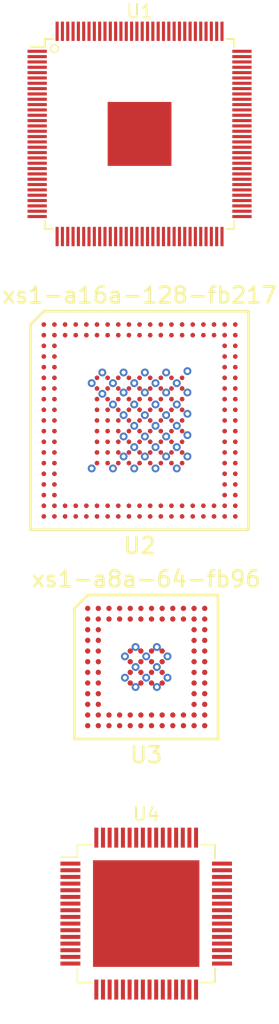
<source format=kicad_pcb>
(kicad_pcb (version 4) (host pcbnew 4.0.6)

  (general
    (links 186)
    (no_connects 177)
    (area 95.985716 63.325 117.014285 140.525)
    (thickness 1.6)
    (drawings 0)
    (tracks 0)
    (zones 0)
    (modules 4)
    (nets 16)
  )

  (page A4)
  (layers
    (0 F.Cu signal)
    (31 B.Cu signal)
    (32 B.Adhes user)
    (33 F.Adhes user)
    (34 B.Paste user)
    (35 F.Paste user)
    (36 B.SilkS user)
    (37 F.SilkS user)
    (38 B.Mask user)
    (39 F.Mask user)
    (40 Dwgs.User user)
    (41 Cmts.User user)
    (42 Eco1.User user)
    (43 Eco2.User user)
    (44 Edge.Cuts user)
    (45 Margin user)
    (46 B.CrtYd user)
    (47 F.CrtYd user)
    (48 B.Fab user)
    (49 F.Fab user)
  )

  (setup
    (last_trace_width 0.25)
    (trace_clearance 0.2)
    (zone_clearance 0.508)
    (zone_45_only no)
    (trace_min 0.2)
    (segment_width 0.2)
    (edge_width 0.1)
    (via_size 0.6)
    (via_drill 0.4)
    (via_min_size 0.4)
    (via_min_drill 0.3)
    (uvia_size 0.3)
    (uvia_drill 0.1)
    (uvias_allowed no)
    (uvia_min_size 0.2)
    (uvia_min_drill 0.1)
    (pcb_text_width 0.3)
    (pcb_text_size 1.5 1.5)
    (mod_edge_width 0.15)
    (mod_text_size 1 1)
    (mod_text_width 0.15)
    (pad_size 1.5 1.5)
    (pad_drill 0.6)
    (pad_to_mask_clearance 0)
    (aux_axis_origin 0 0)
    (visible_elements FFFFFF7F)
    (pcbplotparams
      (layerselection 0x00030_80000001)
      (usegerberextensions false)
      (excludeedgelayer true)
      (linewidth 0.050000)
      (plotframeref false)
      (viasonmask false)
      (mode 1)
      (useauxorigin false)
      (hpglpennumber 1)
      (hpglpenspeed 20)
      (hpglpendiameter 15)
      (hpglpenoverlay 2)
      (psnegative false)
      (psa4output false)
      (plotreference true)
      (plotvalue true)
      (plotinvisibletext false)
      (padsonsilk false)
      (subtractmaskfromsilk false)
      (outputformat 1)
      (mirror false)
      (drillshape 1)
      (scaleselection 1)
      (outputdirectory ""))
  )

  (net 0 "")
  (net 1 "Net-(U1-PadGND)")
  (net 2 VDDIOL)
  (net 3 VDD)
  (net 4 VDDIOR)
  (net 5 VDDIOT)
  (net 6 "Net-(U2-PadGND)")
  (net 7 SW1)
  (net 8 VCORE)
  (net 9 PGND)
  (net 10 VSUP)
  (net 11 VDDIO)
  (net 12 VDD1V8)
  (net 13 VSS)
  (net 14 SW2)
  (net 15 "Net-(U3-PadGND)")

  (net_class Default "This is the default net class."
    (clearance 0.2)
    (trace_width 0.25)
    (via_dia 0.6)
    (via_drill 0.4)
    (uvia_dia 0.3)
    (uvia_drill 0.1)
    (add_net "Net-(U1-PadGND)")
    (add_net "Net-(U2-PadGND)")
    (add_net "Net-(U3-PadGND)")
    (add_net PGND)
    (add_net SW1)
    (add_net SW2)
    (add_net VCORE)
    (add_net VDD)
    (add_net VDD1V8)
    (add_net VDDIO)
    (add_net VDDIOL)
    (add_net VDDIOR)
    (add_net VDDIOT)
    (add_net VSS)
    (add_net VSUP)
  )

  (module xmos:TQFP-128_14x14mm_Pitch0.4mm_Len1.45mm_thermalpad (layer F.Cu) (tedit 554E391F) (tstamp 594710DC)
    (at 106.5 73.5)
    (descr "TQFP128 14x14 / CASE 932BB /xmos ")
    (tags "QFP 0.4")
    (path /5946FFDA)
    (attr smd)
    (fp_text reference U1 (at 0 -9.2) (layer F.SilkS)
      (effects (font (size 1 1) (thickness 0.15)))
    )
    (fp_text value XE216-512-TQ128 (at 0 9.2) (layer F.Fab)
      (effects (font (size 1 1) (thickness 0.15)))
    )
    (fp_circle (center -6.4 -6.4) (end -6.1 -6.4) (layer F.SilkS) (width 0.1))
    (fp_line (start -8.45 -8.45) (end -8.45 8.45) (layer F.CrtYd) (width 0.05))
    (fp_line (start 8.45 -8.45) (end 8.45 8.45) (layer F.CrtYd) (width 0.05))
    (fp_line (start -8.45 -8.45) (end 8.45 -8.45) (layer F.CrtYd) (width 0.05))
    (fp_line (start -8.45 8.45) (end 8.45 8.45) (layer F.CrtYd) (width 0.05))
    (fp_line (start -7.125 -7.125) (end -7.125 -6.54) (layer F.SilkS) (width 0.15))
    (fp_line (start 7.125 -7.125) (end 7.125 -6.54) (layer F.SilkS) (width 0.15))
    (fp_line (start 7.125 7.125) (end 7.125 6.54) (layer F.SilkS) (width 0.15))
    (fp_line (start -7.125 7.125) (end -7.125 6.54) (layer F.SilkS) (width 0.15))
    (fp_line (start -7.125 -7.125) (end -6.54 -7.125) (layer F.SilkS) (width 0.15))
    (fp_line (start -7.125 7.125) (end -6.54 7.125) (layer F.SilkS) (width 0.15))
    (fp_line (start 7.125 7.125) (end 6.54 7.125) (layer F.SilkS) (width 0.15))
    (fp_line (start 7.125 -7.125) (end 6.54 -7.125) (layer F.SilkS) (width 0.15))
    (fp_line (start -7.125 -6.54) (end -8.2 -6.54) (layer F.SilkS) (width 0.15))
    (pad GND smd rect (at 1.5 1.5) (size 1 1) (layers F.Cu F.Paste)
      (net 1 "Net-(U1-PadGND)"))
    (pad GND smd rect (at 0 1.5) (size 1 1) (layers F.Cu F.Paste)
      (net 1 "Net-(U1-PadGND)"))
    (pad GND smd rect (at -1.5 1.5) (size 1 1) (layers F.Cu F.Paste)
      (net 1 "Net-(U1-PadGND)"))
    (pad GND smd rect (at -1.5 0) (size 1 1) (layers F.Cu F.Paste)
      (net 1 "Net-(U1-PadGND)"))
    (pad GND smd rect (at 0 0) (size 1 1) (layers F.Cu F.Paste)
      (net 1 "Net-(U1-PadGND)"))
    (pad GND smd rect (at 1.5 0) (size 1 1) (layers F.Cu F.Paste)
      (net 1 "Net-(U1-PadGND)"))
    (pad GND smd rect (at 1.5 -1.5) (size 1 1) (layers F.Cu F.Paste)
      (net 1 "Net-(U1-PadGND)"))
    (pad GND smd rect (at 0 -1.5) (size 1 1) (layers F.Cu F.Paste)
      (net 1 "Net-(U1-PadGND)"))
    (pad 1 smd rect (at -7.7 -6.2) (size 1.45 0.23) (layers F.Cu F.Paste F.Mask))
    (pad 2 smd rect (at -7.7 -5.8) (size 1.45 0.23) (layers F.Cu F.Paste F.Mask))
    (pad 3 smd rect (at -7.7 -5.4) (size 1.45 0.23) (layers F.Cu F.Paste F.Mask))
    (pad 4 smd rect (at -7.7 -5) (size 1.45 0.23) (layers F.Cu F.Paste F.Mask))
    (pad 5 smd rect (at -7.7 -4.6) (size 1.45 0.23) (layers F.Cu F.Paste F.Mask)
      (net 2 VDDIOL))
    (pad 6 smd rect (at -7.7 -4.2) (size 1.45 0.23) (layers F.Cu F.Paste F.Mask))
    (pad 7 smd rect (at -7.7 -3.8) (size 1.45 0.23) (layers F.Cu F.Paste F.Mask))
    (pad 8 smd rect (at -7.7 -3.4) (size 1.45 0.23) (layers F.Cu F.Paste F.Mask))
    (pad 9 smd rect (at -7.7 -3) (size 1.45 0.23) (layers F.Cu F.Paste F.Mask))
    (pad 10 smd rect (at -7.7 -2.6) (size 1.45 0.23) (layers F.Cu F.Paste F.Mask))
    (pad 11 smd rect (at -7.7 -2.2) (size 1.45 0.23) (layers F.Cu F.Paste F.Mask))
    (pad 12 smd rect (at -7.7 -1.8) (size 1.45 0.23) (layers F.Cu F.Paste F.Mask))
    (pad 13 smd rect (at -7.7 -1.4) (size 1.45 0.23) (layers F.Cu F.Paste F.Mask)
      (net 2 VDDIOL))
    (pad 14 smd rect (at -7.7 -1) (size 1.45 0.23) (layers F.Cu F.Paste F.Mask))
    (pad 15 smd rect (at -7.7 -0.6) (size 1.45 0.23) (layers F.Cu F.Paste F.Mask))
    (pad 16 smd rect (at -7.7 -0.2) (size 1.45 0.23) (layers F.Cu F.Paste F.Mask)
      (net 3 VDD))
    (pad 17 smd rect (at -7.7 0.2) (size 1.45 0.23) (layers F.Cu F.Paste F.Mask)
      (net 3 VDD))
    (pad 18 smd rect (at -7.7 0.6) (size 1.45 0.23) (layers F.Cu F.Paste F.Mask))
    (pad 19 smd rect (at -7.7 1) (size 1.45 0.23) (layers F.Cu F.Paste F.Mask)
      (net 2 VDDIOL))
    (pad 20 smd rect (at -7.7 1.4) (size 1.45 0.23) (layers F.Cu F.Paste F.Mask))
    (pad 21 smd rect (at -7.7 1.8) (size 1.45 0.23) (layers F.Cu F.Paste F.Mask))
    (pad 22 smd rect (at -7.7 2.2) (size 1.45 0.23) (layers F.Cu F.Paste F.Mask))
    (pad 23 smd rect (at -7.7 2.6) (size 1.45 0.23) (layers F.Cu F.Paste F.Mask))
    (pad 24 smd rect (at -7.7 3) (size 1.45 0.23) (layers F.Cu F.Paste F.Mask)
      (net 3 VDD))
    (pad 25 smd rect (at -7.7 3.4) (size 1.45 0.23) (layers F.Cu F.Paste F.Mask))
    (pad 26 smd rect (at -7.7 3.8) (size 1.45 0.23) (layers F.Cu F.Paste F.Mask))
    (pad 27 smd rect (at -7.7 4.2) (size 1.45 0.23) (layers F.Cu F.Paste F.Mask))
    (pad 28 smd rect (at -7.7 4.6) (size 1.45 0.23) (layers F.Cu F.Paste F.Mask))
    (pad 29 smd rect (at -7.7 5) (size 1.45 0.23) (layers F.Cu F.Paste F.Mask)
      (net 2 VDDIOL))
    (pad 30 smd rect (at -7.7 5.4) (size 1.45 0.23) (layers F.Cu F.Paste F.Mask))
    (pad 31 smd rect (at -7.7 5.8) (size 1.45 0.23) (layers F.Cu F.Paste F.Mask))
    (pad 32 smd rect (at -7.7 6.2) (size 1.45 0.23) (layers F.Cu F.Paste F.Mask))
    (pad 33 smd rect (at -6.2 7.7 90) (size 1.45 0.23) (layers F.Cu F.Paste F.Mask))
    (pad 34 smd rect (at -5.8 7.7 90) (size 1.45 0.23) (layers F.Cu F.Paste F.Mask))
    (pad 35 smd rect (at -5.4 7.7 90) (size 1.45 0.23) (layers F.Cu F.Paste F.Mask)
      (net 3 VDD))
    (pad 36 smd rect (at -5 7.7 90) (size 1.45 0.23) (layers F.Cu F.Paste F.Mask))
    (pad 37 smd rect (at -4.6 7.7 90) (size 1.45 0.23) (layers F.Cu F.Paste F.Mask))
    (pad 38 smd rect (at -4.2 7.7 90) (size 1.45 0.23) (layers F.Cu F.Paste F.Mask))
    (pad 39 smd rect (at -3.8 7.7 90) (size 1.45 0.23) (layers F.Cu F.Paste F.Mask))
    (pad 40 smd rect (at -3.4 7.7 90) (size 1.45 0.23) (layers F.Cu F.Paste F.Mask)
      (net 3 VDD))
    (pad 41 smd rect (at -3 7.7 90) (size 1.45 0.23) (layers F.Cu F.Paste F.Mask))
    (pad 42 smd rect (at -2.6 7.7 90) (size 1.45 0.23) (layers F.Cu F.Paste F.Mask)
      (net 2 VDDIOL))
    (pad 43 smd rect (at -2.2 7.7 90) (size 1.45 0.23) (layers F.Cu F.Paste F.Mask))
    (pad 44 smd rect (at -1.8 7.7 90) (size 1.45 0.23) (layers F.Cu F.Paste F.Mask))
    (pad 45 smd rect (at -1.4 7.7 90) (size 1.45 0.23) (layers F.Cu F.Paste F.Mask))
    (pad 46 smd rect (at -1 7.7 90) (size 1.45 0.23) (layers F.Cu F.Paste F.Mask))
    (pad 47 smd rect (at -0.6 7.7 90) (size 1.45 0.23) (layers F.Cu F.Paste F.Mask))
    (pad 48 smd rect (at -0.2 7.7 90) (size 1.45 0.23) (layers F.Cu F.Paste F.Mask))
    (pad 49 smd rect (at 0.2 7.7 90) (size 1.45 0.23) (layers F.Cu F.Paste F.Mask)
      (net 3 VDD))
    (pad 50 smd rect (at 0.6 7.7 90) (size 1.45 0.23) (layers F.Cu F.Paste F.Mask))
    (pad 51 smd rect (at 1 7.7 90) (size 1.45 0.23) (layers F.Cu F.Paste F.Mask))
    (pad 52 smd rect (at 1.4 7.7 90) (size 1.45 0.23) (layers F.Cu F.Paste F.Mask))
    (pad 53 smd rect (at 1.8 7.7 90) (size 1.45 0.23) (layers F.Cu F.Paste F.Mask))
    (pad 54 smd rect (at 2.2 7.7 90) (size 1.45 0.23) (layers F.Cu F.Paste F.Mask))
    (pad 55 smd rect (at 2.6 7.7 90) (size 1.45 0.23) (layers F.Cu F.Paste F.Mask)
      (net 4 VDDIOR))
    (pad 56 smd rect (at 3 7.7 90) (size 1.45 0.23) (layers F.Cu F.Paste F.Mask))
    (pad 57 smd rect (at 3.4 7.7 90) (size 1.45 0.23) (layers F.Cu F.Paste F.Mask))
    (pad 58 smd rect (at 3.8 7.7 90) (size 1.45 0.23) (layers F.Cu F.Paste F.Mask)
      (net 3 VDD))
    (pad 59 smd rect (at 4.2 7.7 90) (size 1.45 0.23) (layers F.Cu F.Paste F.Mask))
    (pad 60 smd rect (at 4.6 7.7 90) (size 1.45 0.23) (layers F.Cu F.Paste F.Mask))
    (pad 61 smd rect (at 5 7.7 90) (size 1.45 0.23) (layers F.Cu F.Paste F.Mask)
      (net 3 VDD))
    (pad 62 smd rect (at 5.4 7.7 90) (size 1.45 0.23) (layers F.Cu F.Paste F.Mask))
    (pad 63 smd rect (at 5.8 7.7 90) (size 1.45 0.23) (layers F.Cu F.Paste F.Mask))
    (pad 64 smd rect (at 6.2 7.7 90) (size 1.45 0.23) (layers F.Cu F.Paste F.Mask))
    (pad 65 smd rect (at 7.7 6.2) (size 1.45 0.23) (layers F.Cu F.Paste F.Mask))
    (pad 66 smd rect (at 7.7 5.8) (size 1.45 0.23) (layers F.Cu F.Paste F.Mask))
    (pad 67 smd rect (at 7.7 5.4) (size 1.45 0.23) (layers F.Cu F.Paste F.Mask)
      (net 4 VDDIOR))
    (pad 68 smd rect (at 7.7 5) (size 1.45 0.23) (layers F.Cu F.Paste F.Mask))
    (pad 69 smd rect (at 7.7 4.6) (size 1.45 0.23) (layers F.Cu F.Paste F.Mask))
    (pad 70 smd rect (at 7.7 4.2) (size 1.45 0.23) (layers F.Cu F.Paste F.Mask))
    (pad 71 smd rect (at 7.7 3.8) (size 1.45 0.23) (layers F.Cu F.Paste F.Mask))
    (pad 72 smd rect (at 7.7 3.4) (size 1.45 0.23) (layers F.Cu F.Paste F.Mask)
      (net 3 VDD))
    (pad 73 smd rect (at 7.7 3) (size 1.45 0.23) (layers F.Cu F.Paste F.Mask))
    (pad 74 smd rect (at 7.7 2.6) (size 1.45 0.23) (layers F.Cu F.Paste F.Mask))
    (pad 75 smd rect (at 7.7 2.2) (size 1.45 0.23) (layers F.Cu F.Paste F.Mask))
    (pad 76 smd rect (at 7.7 1.8) (size 1.45 0.23) (layers F.Cu F.Paste F.Mask))
    (pad 77 smd rect (at 7.7 1.4) (size 1.45 0.23) (layers F.Cu F.Paste F.Mask)
      (net 4 VDDIOR))
    (pad 78 smd rect (at 7.7 1) (size 1.45 0.23) (layers F.Cu F.Paste F.Mask))
    (pad 79 smd rect (at 7.7 0.6) (size 1.45 0.23) (layers F.Cu F.Paste F.Mask))
    (pad 80 smd rect (at 7.7 0.2) (size 1.45 0.23) (layers F.Cu F.Paste F.Mask)
      (net 3 VDD))
    (pad 81 smd rect (at 7.7 -0.2) (size 1.45 0.23) (layers F.Cu F.Paste F.Mask)
      (net 3 VDD))
    (pad 82 smd rect (at 7.7 -0.6) (size 1.45 0.23) (layers F.Cu F.Paste F.Mask))
    (pad 83 smd rect (at 7.7 -1) (size 1.45 0.23) (layers F.Cu F.Paste F.Mask)
      (net 4 VDDIOR))
    (pad 84 smd rect (at 7.7 -1.4) (size 1.45 0.23) (layers F.Cu F.Paste F.Mask))
    (pad 85 smd rect (at 7.7 -1.8) (size 1.45 0.23) (layers F.Cu F.Paste F.Mask))
    (pad 86 smd rect (at 7.7 -2.2) (size 1.45 0.23) (layers F.Cu F.Paste F.Mask))
    (pad 87 smd rect (at 7.7 -2.6) (size 1.45 0.23) (layers F.Cu F.Paste F.Mask)
      (net 3 VDD))
    (pad 88 smd rect (at 7.7 -3) (size 1.45 0.23) (layers F.Cu F.Paste F.Mask))
    (pad 89 smd rect (at 7.7 -3.4) (size 1.45 0.23) (layers F.Cu F.Paste F.Mask))
    (pad 90 smd rect (at 7.7 -3.8) (size 1.45 0.23) (layers F.Cu F.Paste F.Mask))
    (pad 91 smd rect (at 7.7 -4.2) (size 1.45 0.23) (layers F.Cu F.Paste F.Mask))
    (pad 92 smd rect (at 7.7 -4.6) (size 1.45 0.23) (layers F.Cu F.Paste F.Mask)
      (net 4 VDDIOR))
    (pad 93 smd rect (at 7.7 -5) (size 1.45 0.23) (layers F.Cu F.Paste F.Mask))
    (pad 94 smd rect (at 7.7 -5.4) (size 1.45 0.23) (layers F.Cu F.Paste F.Mask))
    (pad 95 smd rect (at 7.7 -5.8) (size 1.45 0.23) (layers F.Cu F.Paste F.Mask))
    (pad 96 smd rect (at 7.7 -6.2) (size 1.45 0.23) (layers F.Cu F.Paste F.Mask))
    (pad 97 smd rect (at 6.2 -7.7 90) (size 1.45 0.23) (layers F.Cu F.Paste F.Mask))
    (pad 98 smd rect (at 5.8 -7.7 90) (size 1.45 0.23) (layers F.Cu F.Paste F.Mask))
    (pad 99 smd rect (at 5.4 -7.7 90) (size 1.45 0.23) (layers F.Cu F.Paste F.Mask))
    (pad 100 smd rect (at 5 -7.7 90) (size 1.45 0.23) (layers F.Cu F.Paste F.Mask))
    (pad 101 smd rect (at 4.6 -7.7 90) (size 1.45 0.23) (layers F.Cu F.Paste F.Mask)
      (net 3 VDD))
    (pad 102 smd rect (at 4.2 -7.7 90) (size 1.45 0.23) (layers F.Cu F.Paste F.Mask)
      (net 3 VDD))
    (pad 103 smd rect (at 3.8 -7.7 90) (size 1.45 0.23) (layers F.Cu F.Paste F.Mask))
    (pad 104 smd rect (at 3.4 -7.7 90) (size 1.45 0.23) (layers F.Cu F.Paste F.Mask))
    (pad 105 smd rect (at 3 -7.7 90) (size 1.45 0.23) (layers F.Cu F.Paste F.Mask))
    (pad 106 smd rect (at 2.6 -7.7 90) (size 1.45 0.23) (layers F.Cu F.Paste F.Mask))
    (pad 107 smd rect (at 2.2 -7.7 90) (size 1.45 0.23) (layers F.Cu F.Paste F.Mask))
    (pad 108 smd rect (at 1.8 -7.7 90) (size 1.45 0.23) (layers F.Cu F.Paste F.Mask))
    (pad 109 smd rect (at 1.4 -7.7 90) (size 1.45 0.23) (layers F.Cu F.Paste F.Mask))
    (pad 110 smd rect (at 1 -7.7 90) (size 1.45 0.23) (layers F.Cu F.Paste F.Mask)
      (net 5 VDDIOT))
    (pad 111 smd rect (at 0.6 -7.7 90) (size 1.45 0.23) (layers F.Cu F.Paste F.Mask)
      (net 5 VDDIOT))
    (pad 112 smd rect (at 0.2 -7.7 90) (size 1.45 0.23) (layers F.Cu F.Paste F.Mask))
    (pad 113 smd rect (at -0.2 -7.7 90) (size 1.45 0.23) (layers F.Cu F.Paste F.Mask))
    (pad 114 smd rect (at -0.6 -7.7 90) (size 1.45 0.23) (layers F.Cu F.Paste F.Mask))
    (pad 115 smd rect (at -1 -7.7 90) (size 1.45 0.23) (layers F.Cu F.Paste F.Mask))
    (pad 116 smd rect (at -1.4 -7.7 90) (size 1.45 0.23) (layers F.Cu F.Paste F.Mask))
    (pad 117 smd rect (at -1.8 -7.7 90) (size 1.45 0.23) (layers F.Cu F.Paste F.Mask))
    (pad 118 smd rect (at -2.2 -7.7 90) (size 1.45 0.23) (layers F.Cu F.Paste F.Mask))
    (pad 119 smd rect (at -2.6 -7.7 90) (size 1.45 0.23) (layers F.Cu F.Paste F.Mask))
    (pad 120 smd rect (at -3 -7.7 90) (size 1.45 0.23) (layers F.Cu F.Paste F.Mask)
      (net 3 VDD))
    (pad 121 smd rect (at -3.4 -7.7 90) (size 1.45 0.23) (layers F.Cu F.Paste F.Mask))
    (pad 122 smd rect (at -3.8 -7.7 90) (size 1.45 0.23) (layers F.Cu F.Paste F.Mask))
    (pad 123 smd rect (at -4.2 -7.7 90) (size 1.45 0.23) (layers F.Cu F.Paste F.Mask))
    (pad 124 smd rect (at -4.6 -7.7 90) (size 1.45 0.23) (layers F.Cu F.Paste F.Mask))
    (pad 125 smd rect (at -5 -7.7 90) (size 1.45 0.23) (layers F.Cu F.Paste F.Mask))
    (pad 126 smd rect (at -5.4 -7.7 90) (size 1.45 0.23) (layers F.Cu F.Paste F.Mask))
    (pad 127 smd rect (at -5.8 -7.7 90) (size 1.45 0.23) (layers F.Cu F.Paste F.Mask))
    (pad 128 smd rect (at -6.2 -7.7 90) (size 1.45 0.23) (layers F.Cu F.Paste F.Mask))
    (pad GND smd rect (at 0 0) (size 4.8 4.8) (layers F.Cu F.Mask)
      (net 1 "Net-(U1-PadGND)"))
    (pad GND smd rect (at -1.5 -1.5) (size 1 1) (layers F.Cu F.Paste)
      (net 1 "Net-(U1-PadGND)"))
    (model Housings_QFP.3dshapes/TQFP-128_14x14mm_Pitch0.4mm.wrl
      (at (xyz 0 0 0))
      (scale (xyz 1 1 1))
      (rotate (xyz 0 0 0))
    )
  )

  (module xmos:BGA217 (layer F.Cu) (tedit 554CD905) (tstamp 594711E8)
    (at 106.5 95)
    (tags "xmos FB217")
    (path /5947016C)
    (fp_text reference U2 (at 0 9.4) (layer F.SilkS)
      (effects (font (size 1.2 1.2) (thickness 0.2)))
    )
    (fp_text value xs1-a16a-128-fb217 (at 0 -9.4) (layer F.SilkS)
      (effects (font (size 1.2 1.2) (thickness 0.2)))
    )
    (fp_line (start -7.2 -8.2) (end -8.2 -7.2) (layer F.SilkS) (width 0.2))
    (fp_line (start -8.2 -7.2) (end -8.2 8.2) (layer F.SilkS) (width 0.2))
    (fp_line (start -8.2 8.2) (end 8.2 8.2) (layer F.SilkS) (width 0.2))
    (fp_line (start 8.2 8.2) (end 8.2 -8.2) (layer F.SilkS) (width 0.2))
    (fp_line (start 8.2 -8.2) (end -7.2 -8.2) (layer F.SilkS) (width 0.2))
    (pad GND thru_hole circle (at -3.6 3.6) (size 0.6 0.6) (drill 0.3) (layers *.Cu)
      (net 6 "Net-(U2-PadGND)"))
    (pad GND thru_hole circle (at -3.6 -2.8) (size 0.6 0.6) (drill 0.3) (layers *.Cu)
      (net 6 "Net-(U2-PadGND)"))
    (pad GND thru_hole circle (at 3.6 -3.7) (size 0.6 0.6) (drill 0.3) (layers *.Cu)
      (net 6 "Net-(U2-PadGND)"))
    (pad GND thru_hole circle (at 3.6 -2.1) (size 0.6 0.6) (drill 0.3) (layers *.Cu)
      (net 6 "Net-(U2-PadGND)"))
    (pad GND thru_hole circle (at 3.6 -0.5) (size 0.6 0.6) (drill 0.3) (layers *.Cu)
      (net 6 "Net-(U2-PadGND)"))
    (pad GND thru_hole circle (at 3.6 1.1) (size 0.6 0.6) (drill 0.3) (layers *.Cu)
      (net 6 "Net-(U2-PadGND)"))
    (pad GND thru_hole circle (at 3.6 2.7) (size 0.6 0.6) (drill 0.3) (layers *.Cu)
      (net 6 "Net-(U2-PadGND)"))
    (pad GND thru_hole circle (at -2 3.6) (size 0.6 0.6) (drill 0.3) (layers *.Cu)
      (net 6 "Net-(U2-PadGND)"))
    (pad GND thru_hole circle (at -0.4 3.6) (size 0.6 0.6) (drill 0.3) (layers *.Cu)
      (net 6 "Net-(U2-PadGND)"))
    (pad GND thru_hole circle (at 2.8 3.6) (size 0.6 0.6) (drill 0.3) (layers *.Cu)
      (net 6 "Net-(U2-PadGND)"))
    (pad GND thru_hole circle (at 1.2 3.6) (size 0.6 0.6) (drill 0.3) (layers *.Cu)
      (net 6 "Net-(U2-PadGND)"))
    (pad GND thru_hole circle (at 0.4 2.7) (size 0.6 0.6) (drill 0.3) (layers *.Cu)
      (net 6 "Net-(U2-PadGND)"))
    (pad GND thru_hole circle (at 2 2.7) (size 0.6 0.6) (drill 0.3) (layers *.Cu)
      (net 6 "Net-(U2-PadGND)"))
    (pad GND thru_hole circle (at -1.2 2.7) (size 0.6 0.6) (drill 0.3) (layers *.Cu)
      (net 6 "Net-(U2-PadGND)"))
    (pad GND thru_hole circle (at 2.8 2) (size 0.6 0.6) (drill 0.3) (layers *.Cu)
      (net 6 "Net-(U2-PadGND)"))
    (pad GND thru_hole circle (at 1.2 2) (size 0.6 0.6) (drill 0.3) (layers *.Cu)
      (net 6 "Net-(U2-PadGND)"))
    (pad GND thru_hole circle (at -0.4 2) (size 0.6 0.6) (drill 0.3) (layers *.Cu)
      (net 6 "Net-(U2-PadGND)"))
    (pad GND thru_hole circle (at -1.2 1.2) (size 0.6 0.6) (drill 0.3) (layers *.Cu)
      (net 6 "Net-(U2-PadGND)"))
    (pad GND thru_hole circle (at 2 1.2) (size 0.6 0.6) (drill 0.3) (layers *.Cu)
      (net 6 "Net-(U2-PadGND)"))
    (pad GND thru_hole circle (at 0.4 1.2) (size 0.6 0.6) (drill 0.3) (layers *.Cu)
      (net 6 "Net-(U2-PadGND)"))
    (pad GND thru_hole circle (at -0.4 0.4) (size 0.6 0.6) (drill 0.3) (layers *.Cu)
      (net 6 "Net-(U2-PadGND)"))
    (pad GND thru_hole circle (at 1.2 0.4) (size 0.6 0.6) (drill 0.3) (layers *.Cu)
      (net 6 "Net-(U2-PadGND)"))
    (pad GND thru_hole circle (at 2.8 0.4) (size 0.6 0.6) (drill 0.3) (layers *.Cu)
      (net 6 "Net-(U2-PadGND)"))
    (pad GND thru_hole circle (at 0.4 -0.4) (size 0.6 0.6) (drill 0.3) (layers *.Cu)
      (net 6 "Net-(U2-PadGND)"))
    (pad GND thru_hole circle (at 2 -0.4) (size 0.6 0.6) (drill 0.3) (layers *.Cu)
      (net 6 "Net-(U2-PadGND)"))
    (pad GND thru_hole circle (at -1.2 -0.4) (size 0.6 0.6) (drill 0.3) (layers *.Cu)
      (net 6 "Net-(U2-PadGND)"))
    (pad GND thru_hole circle (at -1.2 -2.1) (size 0.6 0.6) (drill 0.3) (layers *.Cu)
      (net 6 "Net-(U2-PadGND)"))
    (pad GND thru_hole circle (at 2 -2.1) (size 0.6 0.6) (drill 0.3) (layers *.Cu)
      (net 6 "Net-(U2-PadGND)"))
    (pad GND thru_hole circle (at 0.4 -2.1) (size 0.6 0.6) (drill 0.3) (layers *.Cu)
      (net 6 "Net-(U2-PadGND)"))
    (pad GND thru_hole circle (at -2 -1.2) (size 0.6 0.6) (drill 0.3) (layers *.Cu)
      (net 6 "Net-(U2-PadGND)"))
    (pad GND thru_hole circle (at 2.8 -1.2) (size 0.6 0.6) (drill 0.3) (layers *.Cu)
      (net 6 "Net-(U2-PadGND)"))
    (pad GND thru_hole circle (at 1.2 -1.2) (size 0.6 0.6) (drill 0.3) (layers *.Cu)
      (net 6 "Net-(U2-PadGND)"))
    (pad GND thru_hole circle (at -0.4 -1.2) (size 0.6 0.6) (drill 0.3) (layers *.Cu)
      (net 6 "Net-(U2-PadGND)"))
    (pad GND thru_hole circle (at -0.4 -2.8) (size 0.6 0.6) (drill 0.3) (layers *.Cu)
      (net 6 "Net-(U2-PadGND)"))
    (pad GND thru_hole circle (at 1.2 -2.8) (size 0.6 0.6) (drill 0.3) (layers *.Cu)
      (net 6 "Net-(U2-PadGND)"))
    (pad GND thru_hole circle (at -2.8 -2) (size 0.6 0.6) (drill 0.3) (layers *.Cu)
      (net 6 "Net-(U2-PadGND)"))
    (pad GND thru_hole circle (at 2.8 -2.8) (size 0.6 0.6) (drill 0.3) (layers *.Cu)
      (net 6 "Net-(U2-PadGND)"))
    (pad GND thru_hole circle (at 0.4 -3.6) (size 0.6 0.6) (drill 0.3) (layers *.Cu)
      (net 6 "Net-(U2-PadGND)"))
    (pad GND thru_hole circle (at 2 -3.6) (size 0.6 0.6) (drill 0.3) (layers *.Cu)
      (net 6 "Net-(U2-PadGND)"))
    (pad GND thru_hole circle (at -2 -2.8) (size 0.6 0.6) (drill 0.3) (layers *.Cu)
      (net 6 "Net-(U2-PadGND)"))
    (pad GND thru_hole circle (at -1.2 -3.6) (size 0.6 0.6) (drill 0.3) (layers *.Cu)
      (net 6 "Net-(U2-PadGND)"))
    (pad A1 smd circle (at -7.2 -7.2) (size 0.35 0.35) (layers F.Cu F.Paste F.Mask))
    (pad B1 smd circle (at -7.2 -6.4) (size 0.35 0.35) (layers F.Cu F.Paste F.Mask))
    (pad C1 smd circle (at -7.2 -5.6) (size 0.35 0.35) (layers F.Cu F.Paste F.Mask))
    (pad D1 smd circle (at -7.2 -4.8) (size 0.35 0.35) (layers F.Cu F.Paste F.Mask))
    (pad E1 smd circle (at -7.2 -4) (size 0.35 0.35) (layers F.Cu F.Paste F.Mask))
    (pad F1 smd circle (at -7.2 -3.2) (size 0.35 0.35) (layers F.Cu F.Paste F.Mask))
    (pad G1 smd circle (at -7.2 -2.4) (size 0.35 0.35) (layers F.Cu F.Paste F.Mask))
    (pad H1 smd circle (at -7.2 -1.6) (size 0.35 0.35) (layers F.Cu F.Paste F.Mask))
    (pad J1 smd circle (at -7.2 -0.8) (size 0.35 0.35) (layers F.Cu F.Paste F.Mask))
    (pad K1 smd circle (at -7.2 0) (size 0.35 0.35) (layers F.Cu F.Paste F.Mask))
    (pad L1 smd circle (at -7.2 0.8) (size 0.35 0.35) (layers F.Cu F.Paste F.Mask))
    (pad M1 smd circle (at -7.2 1.6) (size 0.35 0.35) (layers F.Cu F.Paste F.Mask))
    (pad N1 smd circle (at -7.2 2.4) (size 0.35 0.35) (layers F.Cu F.Paste F.Mask))
    (pad P1 smd circle (at -7.2 3.2) (size 0.35 0.35) (layers F.Cu F.Paste F.Mask))
    (pad R1 smd circle (at -7.2 4) (size 0.35 0.35) (layers F.Cu F.Paste F.Mask)
      (net 7 SW1))
    (pad T1 smd circle (at -7.2 4.8) (size 0.35 0.35) (layers F.Cu F.Paste F.Mask)
      (net 7 SW1))
    (pad U1 smd circle (at -7.2 5.6) (size 0.35 0.35) (layers F.Cu F.Paste F.Mask)
      (net 8 VCORE))
    (pad V1 smd circle (at -7.2 6.4) (size 0.35 0.35) (layers F.Cu F.Paste F.Mask)
      (net 9 PGND))
    (pad W1 smd circle (at -7.2 7.2) (size 0.35 0.35) (layers F.Cu F.Paste F.Mask)
      (net 10 VSUP))
    (pad A2 smd circle (at -6.4 -7.2) (size 0.35 0.35) (layers F.Cu F.Paste F.Mask))
    (pad B2 smd circle (at -6.4 -6.4) (size 0.35 0.35) (layers F.Cu F.Paste F.Mask))
    (pad C2 smd circle (at -6.4 -5.6) (size 0.35 0.35) (layers F.Cu F.Paste F.Mask))
    (pad D2 smd circle (at -6.4 -4.8) (size 0.35 0.35) (layers F.Cu F.Paste F.Mask))
    (pad E2 smd circle (at -6.4 -4) (size 0.35 0.35) (layers F.Cu F.Paste F.Mask))
    (pad F2 smd circle (at -6.4 -3.2) (size 0.35 0.35) (layers F.Cu F.Paste F.Mask))
    (pad G2 smd circle (at -6.4 -2.4) (size 0.35 0.35) (layers F.Cu F.Paste F.Mask))
    (pad H2 smd circle (at -6.4 -1.6) (size 0.35 0.35) (layers F.Cu F.Paste F.Mask))
    (pad J2 smd circle (at -6.4 -0.8) (size 0.35 0.35) (layers F.Cu F.Paste F.Mask))
    (pad K2 smd circle (at -6.4 0) (size 0.35 0.35) (layers F.Cu F.Paste F.Mask))
    (pad L2 smd circle (at -6.4 0.8) (size 0.35 0.35) (layers F.Cu F.Paste F.Mask))
    (pad M2 smd circle (at -6.4 1.6) (size 0.35 0.35) (layers F.Cu F.Paste F.Mask))
    (pad N2 smd circle (at -6.4 2.4) (size 0.35 0.35) (layers F.Cu F.Paste F.Mask))
    (pad P2 smd circle (at -6.4 3.2) (size 0.35 0.35) (layers F.Cu F.Paste F.Mask)
      (net 10 VSUP))
    (pad R2 smd circle (at -6.4 4) (size 0.35 0.35) (layers F.Cu F.Paste F.Mask)
      (net 7 SW1))
    (pad T2 smd circle (at -6.4 4.8) (size 0.35 0.35) (layers F.Cu F.Paste F.Mask)
      (net 8 VCORE))
    (pad U2 smd circle (at -6.4 5.6) (size 0.35 0.35) (layers F.Cu F.Paste F.Mask)
      (net 8 VCORE))
    (pad V2 smd circle (at -6.4 6.4) (size 0.35 0.35) (layers F.Cu F.Paste F.Mask)
      (net 9 PGND))
    (pad W2 smd circle (at -6.4 7.2) (size 0.35 0.35) (layers F.Cu F.Paste F.Mask)
      (net 10 VSUP))
    (pad A3 smd circle (at -5.6 -7.2) (size 0.35 0.35) (layers F.Cu F.Paste F.Mask))
    (pad B3 smd circle (at -5.6 -6.4) (size 0.35 0.35) (layers F.Cu F.Paste F.Mask))
    (pad V3 smd circle (at -5.6 6.4) (size 0.35 0.35) (layers F.Cu F.Paste F.Mask)
      (net 11 VDDIO))
    (pad W3 smd circle (at -5.6 7.2) (size 0.35 0.35) (layers F.Cu F.Paste F.Mask)
      (net 11 VDDIO))
    (pad A4 smd circle (at -4.8 -7.2) (size 0.35 0.35) (layers F.Cu F.Paste F.Mask))
    (pad B4 smd circle (at -4.8 -6.4) (size 0.35 0.35) (layers F.Cu F.Paste F.Mask))
    (pad V4 smd circle (at -4.8 6.4) (size 0.35 0.35) (layers F.Cu F.Paste F.Mask)
      (net 9 PGND))
    (pad W4 smd circle (at -4.8 7.2) (size 0.35 0.35) (layers F.Cu F.Paste F.Mask)
      (net 9 PGND))
    (pad A5 smd circle (at -4 -7.2) (size 0.35 0.35) (layers F.Cu F.Paste F.Mask))
    (pad B5 smd circle (at -4 -6.4) (size 0.35 0.35) (layers F.Cu F.Paste F.Mask))
    (pad V5 smd circle (at -4 6.4) (size 0.35 0.35) (layers F.Cu F.Paste F.Mask)
      (net 12 VDD1V8))
    (pad W5 smd circle (at -4 7.2) (size 0.35 0.35) (layers F.Cu F.Paste F.Mask)
      (net 12 VDD1V8))
    (pad A6 smd circle (at -3.2 -7.2) (size 0.35 0.35) (layers F.Cu F.Paste F.Mask))
    (pad B6 smd circle (at -3.2 -6.4) (size 0.35 0.35) (layers F.Cu F.Paste F.Mask))
    (pad F6 smd circle (at -3.2 -3.2) (size 0.35 0.35) (layers F.Cu F.Paste F.Mask))
    (pad G6 smd circle (at -3.2 -2.4) (size 0.35 0.35) (layers F.Cu F.Paste F.Mask)
      (net 13 VSS))
    (pad H6 smd circle (at -3.2 -1.6) (size 0.35 0.35) (layers F.Cu F.Paste F.Mask)
      (net 13 VSS))
    (pad J6 smd circle (at -3.2 -0.8) (size 0.35 0.35) (layers F.Cu F.Paste F.Mask))
    (pad K6 smd circle (at -3.2 0) (size 0.35 0.35) (layers F.Cu F.Paste F.Mask))
    (pad L6 smd circle (at -3.2 0.8) (size 0.35 0.35) (layers F.Cu F.Paste F.Mask))
    (pad M6 smd circle (at -3.2 1.6) (size 0.35 0.35) (layers F.Cu F.Paste F.Mask))
    (pad N6 smd circle (at -3.2 2.4) (size 0.35 0.35) (layers F.Cu F.Paste F.Mask))
    (pad P6 smd circle (at -3.2 3.2) (size 0.35 0.35) (layers F.Cu F.Paste F.Mask)
      (net 13 VSS))
    (pad V6 smd circle (at -3.2 6.4) (size 0.35 0.35) (layers F.Cu F.Paste F.Mask)
      (net 14 SW2))
    (pad W6 smd circle (at -3.2 7.2) (size 0.35 0.35) (layers F.Cu F.Paste F.Mask)
      (net 14 SW2))
    (pad A7 smd circle (at -2.4 -7.2) (size 0.35 0.35) (layers F.Cu F.Paste F.Mask))
    (pad B7 smd circle (at -2.4 -6.4) (size 0.35 0.35) (layers F.Cu F.Paste F.Mask))
    (pad F7 smd circle (at -2.4 -3.2) (size 0.35 0.35) (layers F.Cu F.Paste F.Mask))
    (pad G7 smd circle (at -2.4 -2.4) (size 0.35 0.35) (layers F.Cu F.Paste F.Mask)
      (net 13 VSS))
    (pad H7 smd circle (at -2.4 -1.6) (size 0.35 0.35) (layers F.Cu F.Paste F.Mask)
      (net 13 VSS))
    (pad J7 smd circle (at -2.4 -0.8) (size 0.35 0.35) (layers F.Cu F.Paste F.Mask)
      (net 13 VSS))
    (pad K7 smd circle (at -2.4 0) (size 0.35 0.35) (layers F.Cu F.Paste F.Mask))
    (pad L7 smd circle (at -2.4 0.8) (size 0.35 0.35) (layers F.Cu F.Paste F.Mask))
    (pad M7 smd circle (at -2.4 1.6) (size 0.35 0.35) (layers F.Cu F.Paste F.Mask))
    (pad N7 smd circle (at -2.4 2.4) (size 0.35 0.35) (layers F.Cu F.Paste F.Mask))
    (pad P7 smd circle (at -2.4 3.2) (size 0.35 0.35) (layers F.Cu F.Paste F.Mask)
      (net 13 VSS))
    (pad V7 smd circle (at -2.4 6.4) (size 0.35 0.35) (layers F.Cu F.Paste F.Mask))
    (pad W7 smd circle (at -2.4 7.2) (size 0.35 0.35) (layers F.Cu F.Paste F.Mask))
    (pad A8 smd circle (at -1.6 -7.2) (size 0.35 0.35) (layers F.Cu F.Paste F.Mask))
    (pad B8 smd circle (at -1.6 -6.4) (size 0.35 0.35) (layers F.Cu F.Paste F.Mask))
    (pad F8 smd circle (at -1.6 -3.2) (size 0.35 0.35) (layers F.Cu F.Paste F.Mask))
    (pad G8 smd circle (at -1.6 -2.4) (size 0.35 0.35) (layers F.Cu F.Paste F.Mask)
      (net 13 VSS))
    (pad H8 smd circle (at -1.6 -1.6) (size 0.35 0.35) (layers F.Cu F.Paste F.Mask)
      (net 13 VSS))
    (pad J8 smd circle (at -1.6 -0.8) (size 0.35 0.35) (layers F.Cu F.Paste F.Mask)
      (net 13 VSS))
    (pad K8 smd circle (at -1.6 0) (size 0.35 0.35) (layers F.Cu F.Paste F.Mask)
      (net 13 VSS))
    (pad L8 smd circle (at -1.6 0.8) (size 0.35 0.35) (layers F.Cu F.Paste F.Mask)
      (net 13 VSS))
    (pad M8 smd circle (at -1.6 1.6) (size 0.35 0.35) (layers F.Cu F.Paste F.Mask)
      (net 13 VSS))
    (pad N8 smd circle (at -1.6 2.4) (size 0.35 0.35) (layers F.Cu F.Paste F.Mask)
      (net 13 VSS))
    (pad P8 smd circle (at -1.6 3.2) (size 0.35 0.35) (layers F.Cu F.Paste F.Mask)
      (net 13 VSS))
    (pad V8 smd circle (at -1.6 6.4) (size 0.35 0.35) (layers F.Cu F.Paste F.Mask))
    (pad W8 smd circle (at -1.6 7.2) (size 0.35 0.35) (layers F.Cu F.Paste F.Mask))
    (pad A9 smd circle (at -0.8 -7.2) (size 0.35 0.35) (layers F.Cu F.Paste F.Mask))
    (pad B9 smd circle (at -0.8 -6.4) (size 0.35 0.35) (layers F.Cu F.Paste F.Mask))
    (pad F9 smd circle (at -0.8 -3.2) (size 0.35 0.35) (layers F.Cu F.Paste F.Mask))
    (pad G9 smd circle (at -0.8 -2.4) (size 0.35 0.35) (layers F.Cu F.Paste F.Mask)
      (net 13 VSS))
    (pad H9 smd circle (at -0.8 -1.6) (size 0.35 0.35) (layers F.Cu F.Paste F.Mask)
      (net 13 VSS))
    (pad J9 smd circle (at -0.8 -0.8) (size 0.35 0.35) (layers F.Cu F.Paste F.Mask)
      (net 13 VSS))
    (pad K9 smd circle (at -0.8 0) (size 0.35 0.35) (layers F.Cu F.Paste F.Mask)
      (net 13 VSS))
    (pad L9 smd circle (at -0.8 0.8) (size 0.35 0.35) (layers F.Cu F.Paste F.Mask)
      (net 13 VSS))
    (pad M9 smd circle (at -0.8 1.6) (size 0.35 0.35) (layers F.Cu F.Paste F.Mask)
      (net 13 VSS))
    (pad N9 smd circle (at -0.8 2.4) (size 0.35 0.35) (layers F.Cu F.Paste F.Mask)
      (net 13 VSS))
    (pad P9 smd circle (at -0.8 3.2) (size 0.35 0.35) (layers F.Cu F.Paste F.Mask)
      (net 13 VSS))
    (pad V9 smd circle (at -0.8 6.4) (size 0.35 0.35) (layers F.Cu F.Paste F.Mask))
    (pad W9 smd circle (at -0.8 7.2) (size 0.35 0.35) (layers F.Cu F.Paste F.Mask))
    (pad A10 smd circle (at 0 -7.2) (size 0.35 0.35) (layers F.Cu F.Paste F.Mask))
    (pad B10 smd circle (at 0 -6.4) (size 0.35 0.35) (layers F.Cu F.Paste F.Mask))
    (pad F10 smd circle (at 0 -3.2) (size 0.35 0.35) (layers F.Cu F.Paste F.Mask))
    (pad G10 smd circle (at 0 -2.4) (size 0.35 0.35) (layers F.Cu F.Paste F.Mask)
      (net 13 VSS))
    (pad H10 smd circle (at 0 -1.6) (size 0.35 0.35) (layers F.Cu F.Paste F.Mask)
      (net 13 VSS))
    (pad J10 smd circle (at 0 -0.8) (size 0.35 0.35) (layers F.Cu F.Paste F.Mask)
      (net 13 VSS))
    (pad K10 smd circle (at 0 0) (size 0.35 0.35) (layers F.Cu F.Paste F.Mask)
      (net 13 VSS))
    (pad L10 smd circle (at 0 0.8) (size 0.35 0.35) (layers F.Cu F.Paste F.Mask)
      (net 13 VSS))
    (pad M10 smd circle (at 0 1.6) (size 0.35 0.35) (layers F.Cu F.Paste F.Mask)
      (net 13 VSS))
    (pad N10 smd circle (at 0 2.4) (size 0.35 0.35) (layers F.Cu F.Paste F.Mask)
      (net 13 VSS))
    (pad P10 smd circle (at 0 3.2) (size 0.35 0.35) (layers F.Cu F.Paste F.Mask)
      (net 13 VSS))
    (pad V10 smd circle (at 0 6.4) (size 0.35 0.35) (layers F.Cu F.Paste F.Mask))
    (pad W10 smd circle (at 0 7.2) (size 0.35 0.35) (layers F.Cu F.Paste F.Mask))
    (pad A11 smd circle (at 0.8 -7.2) (size 0.35 0.35) (layers F.Cu F.Paste F.Mask))
    (pad B11 smd circle (at 0.8 -6.4) (size 0.35 0.35) (layers F.Cu F.Paste F.Mask))
    (pad F11 smd circle (at 0.8 -3.2) (size 0.35 0.35) (layers F.Cu F.Paste F.Mask))
    (pad G11 smd circle (at 0.8 -2.4) (size 0.35 0.35) (layers F.Cu F.Paste F.Mask)
      (net 13 VSS))
    (pad H11 smd circle (at 0.8 -1.6) (size 0.35 0.35) (layers F.Cu F.Paste F.Mask)
      (net 13 VSS))
    (pad J11 smd circle (at 0.8 -0.8) (size 0.35 0.35) (layers F.Cu F.Paste F.Mask)
      (net 13 VSS))
    (pad K11 smd circle (at 0.8 0) (size 0.35 0.35) (layers F.Cu F.Paste F.Mask)
      (net 13 VSS))
    (pad L11 smd circle (at 0.8 0.8) (size 0.35 0.35) (layers F.Cu F.Paste F.Mask)
      (net 13 VSS))
    (pad M11 smd circle (at 0.8 1.6) (size 0.35 0.35) (layers F.Cu F.Paste F.Mask)
      (net 13 VSS))
    (pad N11 smd circle (at 0.8 2.4) (size 0.35 0.35) (layers F.Cu F.Paste F.Mask)
      (net 13 VSS))
    (pad P11 smd circle (at 0.8 3.2) (size 0.35 0.35) (layers F.Cu F.Paste F.Mask)
      (net 13 VSS))
    (pad V11 smd circle (at 0.8 6.4) (size 0.35 0.35) (layers F.Cu F.Paste F.Mask))
    (pad W11 smd circle (at 0.8 7.2) (size 0.35 0.35) (layers F.Cu F.Paste F.Mask))
    (pad A12 smd circle (at 1.6 -7.2) (size 0.35 0.35) (layers F.Cu F.Paste F.Mask))
    (pad B12 smd circle (at 1.6 -6.4) (size 0.35 0.35) (layers F.Cu F.Paste F.Mask))
    (pad F12 smd circle (at 1.6 -3.2) (size 0.35 0.35) (layers F.Cu F.Paste F.Mask))
    (pad G12 smd circle (at 1.6 -2.4) (size 0.35 0.35) (layers F.Cu F.Paste F.Mask)
      (net 13 VSS))
    (pad H12 smd circle (at 1.6 -1.6) (size 0.35 0.35) (layers F.Cu F.Paste F.Mask)
      (net 13 VSS))
    (pad J12 smd circle (at 1.6 -0.8) (size 0.35 0.35) (layers F.Cu F.Paste F.Mask)
      (net 13 VSS))
    (pad K12 smd circle (at 1.6 0) (size 0.35 0.35) (layers F.Cu F.Paste F.Mask)
      (net 13 VSS))
    (pad L12 smd circle (at 1.6 0.8) (size 0.35 0.35) (layers F.Cu F.Paste F.Mask)
      (net 13 VSS))
    (pad M12 smd circle (at 1.6 1.6) (size 0.35 0.35) (layers F.Cu F.Paste F.Mask)
      (net 13 VSS))
    (pad N12 smd circle (at 1.6 2.4) (size 0.35 0.35) (layers F.Cu F.Paste F.Mask)
      (net 13 VSS))
    (pad P12 smd circle (at 1.6 3.2) (size 0.35 0.35) (layers F.Cu F.Paste F.Mask)
      (net 13 VSS))
    (pad V12 smd circle (at 1.6 6.4) (size 0.35 0.35) (layers F.Cu F.Paste F.Mask))
    (pad W12 smd circle (at 1.6 7.2) (size 0.35 0.35) (layers F.Cu F.Paste F.Mask))
    (pad A13 smd circle (at 2.4 -7.2) (size 0.35 0.35) (layers F.Cu F.Paste F.Mask))
    (pad B13 smd circle (at 2.4 -6.4) (size 0.35 0.35) (layers F.Cu F.Paste F.Mask))
    (pad F13 smd circle (at 2.4 -3.2) (size 0.35 0.35) (layers F.Cu F.Paste F.Mask))
    (pad G13 smd circle (at 2.4 -2.4) (size 0.35 0.35) (layers F.Cu F.Paste F.Mask)
      (net 13 VSS))
    (pad H13 smd circle (at 2.4 -1.6) (size 0.35 0.35) (layers F.Cu F.Paste F.Mask)
      (net 13 VSS))
    (pad J13 smd circle (at 2.4 -0.8) (size 0.35 0.35) (layers F.Cu F.Paste F.Mask)
      (net 13 VSS))
    (pad K13 smd circle (at 2.4 0) (size 0.35 0.35) (layers F.Cu F.Paste F.Mask)
      (net 13 VSS))
    (pad L13 smd circle (at 2.4 0.8) (size 0.35 0.35) (layers F.Cu F.Paste F.Mask)
      (net 13 VSS))
    (pad M13 smd circle (at 2.4 1.6) (size 0.35 0.35) (layers F.Cu F.Paste F.Mask)
      (net 13 VSS))
    (pad N13 smd circle (at 2.4 2.4) (size 0.35 0.35) (layers F.Cu F.Paste F.Mask)
      (net 13 VSS))
    (pad P13 smd circle (at 2.4 3.2) (size 0.35 0.35) (layers F.Cu F.Paste F.Mask)
      (net 13 VSS))
    (pad V13 smd circle (at 2.4 6.4) (size 0.35 0.35) (layers F.Cu F.Paste F.Mask))
    (pad W13 smd circle (at 2.4 7.2) (size 0.35 0.35) (layers F.Cu F.Paste F.Mask))
    (pad A14 smd circle (at 3.2 -7.2) (size 0.35 0.35) (layers F.Cu F.Paste F.Mask))
    (pad B14 smd circle (at 3.2 -6.4) (size 0.35 0.35) (layers F.Cu F.Paste F.Mask))
    (pad F14 smd circle (at 3.2 -3.2) (size 0.35 0.35) (layers F.Cu F.Paste F.Mask))
    (pad G14 smd circle (at 3.2 -2.4) (size 0.35 0.35) (layers F.Cu F.Paste F.Mask)
      (net 13 VSS))
    (pad H14 smd circle (at 3.2 -1.6) (size 0.35 0.35) (layers F.Cu F.Paste F.Mask)
      (net 13 VSS))
    (pad J14 smd circle (at 3.2 -0.8) (size 0.35 0.35) (layers F.Cu F.Paste F.Mask)
      (net 13 VSS))
    (pad K14 smd circle (at 3.2 0) (size 0.35 0.35) (layers F.Cu F.Paste F.Mask)
      (net 13 VSS))
    (pad L14 smd circle (at 3.2 0.8) (size 0.35 0.35) (layers F.Cu F.Paste F.Mask)
      (net 13 VSS))
    (pad M14 smd circle (at 3.2 1.6) (size 0.35 0.35) (layers F.Cu F.Paste F.Mask)
      (net 13 VSS))
    (pad N14 smd circle (at 3.2 2.4) (size 0.35 0.35) (layers F.Cu F.Paste F.Mask)
      (net 13 VSS))
    (pad P14 smd circle (at 3.2 3.2) (size 0.35 0.35) (layers F.Cu F.Paste F.Mask)
      (net 13 VSS))
    (pad V14 smd circle (at 3.2 6.4) (size 0.35 0.35) (layers F.Cu F.Paste F.Mask))
    (pad W14 smd circle (at 3.2 7.2) (size 0.35 0.35) (layers F.Cu F.Paste F.Mask))
    (pad A15 smd circle (at 4 -7.2) (size 0.35 0.35) (layers F.Cu F.Paste F.Mask))
    (pad B15 smd circle (at 4 -6.4) (size 0.35 0.35) (layers F.Cu F.Paste F.Mask))
    (pad V15 smd circle (at 4 6.4) (size 0.35 0.35) (layers F.Cu F.Paste F.Mask))
    (pad W15 smd circle (at 4 7.2) (size 0.35 0.35) (layers F.Cu F.Paste F.Mask))
    (pad A16 smd circle (at 4.8 -7.2) (size 0.35 0.35) (layers F.Cu F.Paste F.Mask))
    (pad B16 smd circle (at 4.8 -6.4) (size 0.35 0.35) (layers F.Cu F.Paste F.Mask))
    (pad V16 smd circle (at 4.8 6.4) (size 0.35 0.35) (layers F.Cu F.Paste F.Mask))
    (pad W16 smd circle (at 4.8 7.2) (size 0.35 0.35) (layers F.Cu F.Paste F.Mask))
    (pad A17 smd circle (at 5.6 -7.2) (size 0.35 0.35) (layers F.Cu F.Paste F.Mask))
    (pad B17 smd circle (at 5.6 -6.4) (size 0.35 0.35) (layers F.Cu F.Paste F.Mask))
    (pad V17 smd circle (at 5.6 6.4) (size 0.35 0.35) (layers F.Cu F.Paste F.Mask))
    (pad W17 smd circle (at 5.6 7.2) (size 0.35 0.35) (layers F.Cu F.Paste F.Mask))
    (pad A18 smd circle (at 6.4 -7.2) (size 0.35 0.35) (layers F.Cu F.Paste F.Mask))
    (pad B18 smd circle (at 6.4 -6.4) (size 0.35 0.35) (layers F.Cu F.Paste F.Mask))
    (pad C18 smd circle (at 6.4 -5.6) (size 0.35 0.35) (layers F.Cu F.Paste F.Mask))
    (pad D18 smd circle (at 6.4 -4.8) (size 0.35 0.35) (layers F.Cu F.Paste F.Mask))
    (pad E18 smd circle (at 6.4 -4) (size 0.35 0.35) (layers F.Cu F.Paste F.Mask))
    (pad F18 smd circle (at 6.4 -3.2) (size 0.35 0.35) (layers F.Cu F.Paste F.Mask))
    (pad G18 smd circle (at 6.4 -2.4) (size 0.35 0.35) (layers F.Cu F.Paste F.Mask))
    (pad H18 smd circle (at 6.4 -1.6) (size 0.35 0.35) (layers F.Cu F.Paste F.Mask))
    (pad J18 smd circle (at 6.4 -0.8) (size 0.35 0.35) (layers F.Cu F.Paste F.Mask))
    (pad K18 smd circle (at 6.4 0) (size 0.35 0.35) (layers F.Cu F.Paste F.Mask))
    (pad L18 smd circle (at 6.4 0.8) (size 0.35 0.35) (layers F.Cu F.Paste F.Mask))
    (pad M18 smd circle (at 6.4 1.6) (size 0.35 0.35) (layers F.Cu F.Paste F.Mask))
    (pad N18 smd circle (at 6.4 2.4) (size 0.35 0.35) (layers F.Cu F.Paste F.Mask))
    (pad P18 smd circle (at 6.4 3.2) (size 0.35 0.35) (layers F.Cu F.Paste F.Mask))
    (pad R18 smd circle (at 6.4 4) (size 0.35 0.35) (layers F.Cu F.Paste F.Mask))
    (pad T18 smd circle (at 6.4 4.8) (size 0.35 0.35) (layers F.Cu F.Paste F.Mask))
    (pad U18 smd circle (at 6.4 5.6) (size 0.35 0.35) (layers F.Cu F.Paste F.Mask))
    (pad V18 smd circle (at 6.4 6.4) (size 0.35 0.35) (layers F.Cu F.Paste F.Mask))
    (pad W18 smd circle (at 6.4 7.2) (size 0.35 0.35) (layers F.Cu F.Paste F.Mask))
    (pad A19 smd circle (at 7.2 -7.2) (size 0.35 0.35) (layers F.Cu F.Paste F.Mask))
    (pad B19 smd circle (at 7.2 -6.4) (size 0.35 0.35) (layers F.Cu F.Paste F.Mask))
    (pad C19 smd circle (at 7.2 -5.6) (size 0.35 0.35) (layers F.Cu F.Paste F.Mask))
    (pad D19 smd circle (at 7.2 -4.8) (size 0.35 0.35) (layers F.Cu F.Paste F.Mask))
    (pad E19 smd circle (at 7.2 -4) (size 0.35 0.35) (layers F.Cu F.Paste F.Mask))
    (pad F19 smd circle (at 7.2 -3.2) (size 0.35 0.35) (layers F.Cu F.Paste F.Mask))
    (pad G19 smd circle (at 7.2 -2.4) (size 0.35 0.35) (layers F.Cu F.Paste F.Mask))
    (pad H19 smd circle (at 7.2 -1.6) (size 0.35 0.35) (layers F.Cu F.Paste F.Mask))
    (pad J19 smd circle (at 7.2 -0.8) (size 0.35 0.35) (layers F.Cu F.Paste F.Mask))
    (pad K19 smd circle (at 7.2 0) (size 0.35 0.35) (layers F.Cu F.Paste F.Mask))
    (pad L19 smd circle (at 7.2 0.8) (size 0.35 0.35) (layers F.Cu F.Paste F.Mask))
    (pad M19 smd circle (at 7.2 1.6) (size 0.35 0.35) (layers F.Cu F.Paste F.Mask))
    (pad N19 smd circle (at 7.2 2.4) (size 0.35 0.35) (layers F.Cu F.Paste F.Mask))
    (pad P19 smd circle (at 7.2 3.2) (size 0.35 0.35) (layers F.Cu F.Paste F.Mask))
    (pad R19 smd circle (at 7.2 4) (size 0.35 0.35) (layers F.Cu F.Paste F.Mask))
    (pad T19 smd circle (at 7.2 4.8) (size 0.35 0.35) (layers F.Cu F.Paste F.Mask))
    (pad U19 smd circle (at 7.2 5.6) (size 0.35 0.35) (layers F.Cu F.Paste F.Mask))
    (pad V19 smd circle (at 7.2 6.4) (size 0.35 0.35) (layers F.Cu F.Paste F.Mask))
    (pad W19 smd circle (at 7.2 7.2) (size 0.35 0.35) (layers F.Cu F.Paste F.Mask))
    (pad GND thru_hole circle (at -2.8 -3.6) (size 0.6 0.6) (drill 0.3) (layers *.Cu)
      (net 6 "Net-(U2-PadGND)"))
  )

  (module xmos:BGA96 (layer F.Cu) (tedit 554B8BD4) (tstamp 5947125D)
    (at 107 113.5)
    (path /594705B1)
    (fp_text reference U3 (at 0 6.6) (layer F.SilkS)
      (effects (font (size 1.2 1.2) (thickness 0.2)))
    )
    (fp_text value xs1-a8a-64-fb96 (at 0 -6.6) (layer F.SilkS)
      (effects (font (size 1.2 1.2) (thickness 0.2)))
    )
    (fp_line (start -4.4 -5.4) (end -5.4 -4.4) (layer F.SilkS) (width 0.2))
    (fp_line (start -5.4 -4.4) (end -5.4 5.4) (layer F.SilkS) (width 0.2))
    (fp_line (start -5.4 5.4) (end 5.4 5.4) (layer F.SilkS) (width 0.2))
    (fp_line (start 5.4 5.4) (end 5.4 -5.4) (layer F.SilkS) (width 0.2))
    (fp_line (start 5.4 -5.4) (end -4.4 -5.4) (layer F.SilkS) (width 0.2))
    (pad GND thru_hole circle (at -0.8 1.5) (size 0.6 0.6) (drill 0.3) (layers *.Cu)
      (net 15 "Net-(U3-PadGND)") (zone_connect 2))
    (pad GND thru_hole circle (at 0.8 1.5) (size 0.6 0.6) (drill 0.3) (layers *.Cu)
      (net 15 "Net-(U3-PadGND)") (zone_connect 2))
    (pad GND thru_hole circle (at 0 0.8) (size 0.6 0.6) (drill 0.3) (layers *.Cu)
      (net 15 "Net-(U3-PadGND)") (zone_connect 2))
    (pad GND thru_hole circle (at -1.6 0.8) (size 0.6 0.6) (drill 0.3) (layers *.Cu)
      (net 15 "Net-(U3-PadGND)") (zone_connect 2))
    (pad GND thru_hole circle (at 1.6 0.8) (size 0.6 0.6) (drill 0.3) (layers *.Cu)
      (net 15 "Net-(U3-PadGND)") (zone_connect 2))
    (pad GND thru_hole circle (at -0.8 0) (size 0.6 0.6) (drill 0.3) (layers *.Cu)
      (net 15 "Net-(U3-PadGND)") (zone_connect 2))
    (pad GND thru_hole circle (at 0.8 0) (size 0.6 0.6) (drill 0.3) (layers *.Cu)
      (net 15 "Net-(U3-PadGND)") (zone_connect 2))
    (pad GND thru_hole circle (at 1.6 -0.8) (size 0.6 0.6) (drill 0.3) (layers *.Cu)
      (net 15 "Net-(U3-PadGND)") (zone_connect 2))
    (pad GND thru_hole circle (at -1.6 -0.8) (size 0.6 0.6) (drill 0.3) (layers *.Cu)
      (net 15 "Net-(U3-PadGND)") (zone_connect 2))
    (pad GND thru_hole circle (at 0 -0.8) (size 0.6 0.6) (drill 0.3) (layers *.Cu)
      (net 15 "Net-(U3-PadGND)") (zone_connect 2))
    (pad GND thru_hole circle (at 0.8 -1.5) (size 0.6 0.6) (drill 0.3) (layers *.Cu)
      (net 15 "Net-(U3-PadGND)") (zone_connect 2))
    (pad A1 smd circle (at -4.4 -4.4) (size 0.4 0.4) (layers F.Cu F.Paste F.Mask))
    (pad B1 smd circle (at -4.4 -3.6) (size 0.4 0.4) (layers F.Cu F.Paste F.Mask))
    (pad C1 smd circle (at -4.4 -2.8) (size 0.4 0.4) (layers F.Cu F.Paste F.Mask))
    (pad D1 smd circle (at -4.4 -2) (size 0.4 0.4) (layers F.Cu F.Paste F.Mask))
    (pad E1 smd circle (at -4.4 -1.2) (size 0.4 0.4) (layers F.Cu F.Paste F.Mask))
    (pad F1 smd circle (at -4.4 -0.4) (size 0.4 0.4) (layers F.Cu F.Paste F.Mask))
    (pad G1 smd circle (at -4.4 0.4) (size 0.4 0.4) (layers F.Cu F.Paste F.Mask))
    (pad H1 smd circle (at -4.4 1.2) (size 0.4 0.4) (layers F.Cu F.Paste F.Mask))
    (pad J1 smd circle (at -4.4 2) (size 0.4 0.4) (layers F.Cu F.Paste F.Mask)
      (net 7 SW1))
    (pad K1 smd circle (at -4.4 2.8) (size 0.4 0.4) (layers F.Cu F.Paste F.Mask)
      (net 8 VCORE))
    (pad L1 smd circle (at -4.4 3.6) (size 0.4 0.4) (layers F.Cu F.Paste F.Mask)
      (net 9 PGND))
    (pad M1 smd circle (at -4.4 4.4) (size 0.4 0.4) (layers F.Cu F.Paste F.Mask)
      (net 10 VSUP))
    (pad A2 smd circle (at -3.6 -4.4) (size 0.4 0.4) (layers F.Cu F.Paste F.Mask))
    (pad B2 smd circle (at -3.6 -3.6) (size 0.4 0.4) (layers F.Cu F.Paste F.Mask))
    (pad C2 smd circle (at -3.6 -2.8) (size 0.4 0.4) (layers F.Cu F.Paste F.Mask))
    (pad D2 smd circle (at -3.6 -2) (size 0.4 0.4) (layers F.Cu F.Paste F.Mask))
    (pad E2 smd circle (at -3.6 -1.2) (size 0.4 0.4) (layers F.Cu F.Paste F.Mask))
    (pad F2 smd circle (at -3.6 -0.4) (size 0.4 0.4) (layers F.Cu F.Paste F.Mask))
    (pad G2 smd circle (at -3.6 0.4) (size 0.4 0.4) (layers F.Cu F.Paste F.Mask))
    (pad H2 smd circle (at -3.6 1.2) (size 0.4 0.4) (layers F.Cu F.Paste F.Mask)
      (net 10 VSUP))
    (pad J2 smd circle (at -3.6 2) (size 0.4 0.4) (layers F.Cu F.Paste F.Mask)
      (net 7 SW1))
    (pad K2 smd circle (at -3.6 2.8) (size 0.4 0.4) (layers F.Cu F.Paste F.Mask)
      (net 8 VCORE))
    (pad L2 smd circle (at -3.6 3.6) (size 0.4 0.4) (layers F.Cu F.Paste F.Mask)
      (net 9 PGND))
    (pad M2 smd circle (at -3.6 4.4) (size 0.4 0.4) (layers F.Cu F.Paste F.Mask)
      (net 10 VSUP))
    (pad A3 smd circle (at -2.8 -4.4) (size 0.4 0.4) (layers F.Cu F.Paste F.Mask))
    (pad B3 smd circle (at -2.8 -3.6) (size 0.4 0.4) (layers F.Cu F.Paste F.Mask))
    (pad L3 smd circle (at -2.8 3.6) (size 0.4 0.4) (layers F.Cu F.Paste F.Mask)
      (net 11 VDDIO))
    (pad M3 smd circle (at -2.8 4.4) (size 0.4 0.4) (layers F.Cu F.Paste F.Mask)
      (net 11 VDDIO))
    (pad A4 smd circle (at -2 -4.4) (size 0.4 0.4) (layers F.Cu F.Paste F.Mask))
    (pad B4 smd circle (at -2 -3.6) (size 0.4 0.4) (layers F.Cu F.Paste F.Mask))
    (pad L4 smd circle (at -2 3.6) (size 0.4 0.4) (layers F.Cu F.Paste F.Mask))
    (pad M4 smd circle (at -2 4.4) (size 0.4 0.4) (layers F.Cu F.Paste F.Mask)
      (net 9 PGND))
    (pad A5 smd circle (at -1.2 -4.4) (size 0.4 0.4) (layers F.Cu F.Paste F.Mask))
    (pad B5 smd circle (at -1.2 -3.6) (size 0.4 0.4) (layers F.Cu F.Paste F.Mask))
    (pad E5 smd circle (at -1.2 -1.2) (size 0.4 0.4) (layers F.Cu F.Paste F.Mask)
      (net 13 VSS))
    (pad F5 smd circle (at -1.2 -0.4) (size 0.4 0.4) (layers F.Cu F.Paste F.Mask)
      (net 13 VSS))
    (pad G5 smd circle (at -1.2 0.4) (size 0.4 0.4) (layers F.Cu F.Paste F.Mask)
      (net 13 VSS))
    (pad H5 smd circle (at -1.2 1.2) (size 0.4 0.4) (layers F.Cu F.Paste F.Mask)
      (net 13 VSS))
    (pad L5 smd circle (at -1.2 3.6) (size 0.4 0.4) (layers F.Cu F.Paste F.Mask))
    (pad M5 smd circle (at -1.2 4.4) (size 0.4 0.4) (layers F.Cu F.Paste F.Mask))
    (pad A6 smd circle (at -0.4 -4.4) (size 0.4 0.4) (layers F.Cu F.Paste F.Mask))
    (pad B6 smd circle (at -0.4 -3.6) (size 0.4 0.4) (layers F.Cu F.Paste F.Mask))
    (pad E6 smd circle (at -0.4 -1.2) (size 0.4 0.4) (layers F.Cu F.Paste F.Mask)
      (net 13 VSS))
    (pad F6 smd circle (at -0.4 -0.4) (size 0.4 0.4) (layers F.Cu F.Paste F.Mask)
      (net 13 VSS))
    (pad G6 smd circle (at -0.4 0.4) (size 0.4 0.4) (layers F.Cu F.Paste F.Mask)
      (net 13 VSS))
    (pad H6 smd circle (at -0.4 1.2) (size 0.4 0.4) (layers F.Cu F.Paste F.Mask)
      (net 13 VSS))
    (pad L6 smd circle (at -0.4 3.6) (size 0.4 0.4) (layers F.Cu F.Paste F.Mask))
    (pad M6 smd circle (at -0.4 4.4) (size 0.4 0.4) (layers F.Cu F.Paste F.Mask))
    (pad A7 smd circle (at 0.4 -4.4) (size 0.4 0.4) (layers F.Cu F.Paste F.Mask))
    (pad B7 smd circle (at 0.4 -3.6) (size 0.4 0.4) (layers F.Cu F.Paste F.Mask))
    (pad E7 smd circle (at 0.4 -1.2) (size 0.4 0.4) (layers F.Cu F.Paste F.Mask)
      (net 13 VSS))
    (pad F7 smd circle (at 0.4 -0.4) (size 0.4 0.4) (layers F.Cu F.Paste F.Mask)
      (net 13 VSS))
    (pad G7 smd circle (at 0.4 0.4) (size 0.4 0.4) (layers F.Cu F.Paste F.Mask)
      (net 13 VSS))
    (pad H7 smd circle (at 0.4 1.2) (size 0.4 0.4) (layers F.Cu F.Paste F.Mask)
      (net 13 VSS))
    (pad L7 smd circle (at 0.4 3.6) (size 0.4 0.4) (layers F.Cu F.Paste F.Mask))
    (pad M7 smd circle (at 0.4 4.4) (size 0.4 0.4) (layers F.Cu F.Paste F.Mask))
    (pad A8 smd circle (at 1.2 -4.4) (size 0.4 0.4) (layers F.Cu F.Paste F.Mask))
    (pad B8 smd circle (at 1.2 -3.6) (size 0.4 0.4) (layers F.Cu F.Paste F.Mask))
    (pad E8 smd circle (at 1.2 -1.2) (size 0.4 0.4) (layers F.Cu F.Paste F.Mask)
      (net 13 VSS))
    (pad F8 smd circle (at 1.2 -0.4) (size 0.4 0.4) (layers F.Cu F.Paste F.Mask)
      (net 13 VSS))
    (pad G8 smd circle (at 1.2 0.4) (size 0.4 0.4) (layers F.Cu F.Paste F.Mask)
      (net 13 VSS))
    (pad H8 smd circle (at 1.2 1.2) (size 0.4 0.4) (layers F.Cu F.Paste F.Mask)
      (net 13 VSS))
    (pad L8 smd circle (at 1.2 3.6) (size 0.4 0.4) (layers F.Cu F.Paste F.Mask))
    (pad M8 smd circle (at 1.2 4.4) (size 0.4 0.4) (layers F.Cu F.Paste F.Mask))
    (pad A9 smd circle (at 2 -4.4) (size 0.4 0.4) (layers F.Cu F.Paste F.Mask))
    (pad B9 smd circle (at 2 -3.6) (size 0.4 0.4) (layers F.Cu F.Paste F.Mask))
    (pad L9 smd circle (at 2 3.6) (size 0.4 0.4) (layers F.Cu F.Paste F.Mask))
    (pad M9 smd circle (at 2 4.4) (size 0.4 0.4) (layers F.Cu F.Paste F.Mask))
    (pad A10 smd circle (at 2.8 -4.4) (size 0.4 0.4) (layers F.Cu F.Paste F.Mask))
    (pad B10 smd circle (at 2.8 -3.6) (size 0.4 0.4) (layers F.Cu F.Paste F.Mask))
    (pad L10 smd circle (at 2.8 3.6) (size 0.4 0.4) (layers F.Cu F.Paste F.Mask))
    (pad M10 smd circle (at 2.8 4.4) (size 0.4 0.4) (layers F.Cu F.Paste F.Mask))
    (pad A11 smd circle (at 3.6 -4.4) (size 0.4 0.4) (layers F.Cu F.Paste F.Mask))
    (pad B11 smd circle (at 3.6 -3.6) (size 0.4 0.4) (layers F.Cu F.Paste F.Mask))
    (pad C11 smd circle (at 3.6 -2.8) (size 0.4 0.4) (layers F.Cu F.Paste F.Mask))
    (pad D11 smd circle (at 3.6 -2) (size 0.4 0.4) (layers F.Cu F.Paste F.Mask))
    (pad E11 smd circle (at 3.6 -1.2) (size 0.4 0.4) (layers F.Cu F.Paste F.Mask))
    (pad F11 smd circle (at 3.6 -0.4) (size 0.4 0.4) (layers F.Cu F.Paste F.Mask))
    (pad G11 smd circle (at 3.6 0.4) (size 0.4 0.4) (layers F.Cu F.Paste F.Mask))
    (pad H11 smd circle (at 3.6 1.2) (size 0.4 0.4) (layers F.Cu F.Paste F.Mask))
    (pad J11 smd circle (at 3.6 2) (size 0.4 0.4) (layers F.Cu F.Paste F.Mask))
    (pad K11 smd circle (at 3.6 2.8) (size 0.4 0.4) (layers F.Cu F.Paste F.Mask))
    (pad L11 smd circle (at 3.6 3.6) (size 0.4 0.4) (layers F.Cu F.Paste F.Mask))
    (pad M11 smd circle (at 3.6 4.4) (size 0.4 0.4) (layers F.Cu F.Paste F.Mask))
    (pad A12 smd circle (at 4.4 -4.4) (size 0.4 0.4) (layers F.Cu F.Paste F.Mask))
    (pad B12 smd circle (at 4.4 -3.6) (size 0.4 0.4) (layers F.Cu F.Paste F.Mask))
    (pad C12 smd circle (at 4.4 -2.8) (size 0.4 0.4) (layers F.Cu F.Paste F.Mask))
    (pad D12 smd circle (at 4.4 -2) (size 0.4 0.4) (layers F.Cu F.Paste F.Mask))
    (pad E12 smd circle (at 4.4 -1.2) (size 0.4 0.4) (layers F.Cu F.Paste F.Mask))
    (pad F12 smd circle (at 4.4 -0.4) (size 0.4 0.4) (layers F.Cu F.Paste F.Mask))
    (pad G12 smd circle (at 4.4 0.4) (size 0.4 0.4) (layers F.Cu F.Paste F.Mask))
    (pad H12 smd circle (at 4.4 1.2) (size 0.4 0.4) (layers F.Cu F.Paste F.Mask))
    (pad J12 smd circle (at 4.4 2) (size 0.4 0.4) (layers F.Cu F.Paste F.Mask))
    (pad K12 smd circle (at 4.4 2.8) (size 0.4 0.4) (layers F.Cu F.Paste F.Mask))
    (pad L12 smd circle (at 4.4 3.6) (size 0.4 0.4) (layers F.Cu F.Paste F.Mask))
    (pad M12 smd circle (at 4.4 4.4) (size 0.4 0.4) (layers F.Cu F.Paste F.Mask))
    (pad GND thru_hole circle (at -0.8 -1.5) (size 0.6 0.6) (drill 0.3) (layers *.Cu)
      (net 15 "Net-(U3-PadGND)") (zone_connect 2))
  )

  (module Housings_QFP:TQFP-64_1EP_10x10mm_Pitch0.5mm (layer F.Cu) (tedit 58CC9A48) (tstamp 594712B5)
    (at 107 132)
    (descr "64-Lead Plastic Thin Quad Flatpack (PT) - 10x10x1 mm Body, 2.00 mm Footprint [TQFP] thermal pad")
    (tags "QFP 0.5 ")
    (path /5947163C)
    (solder_mask_margin -1.8)
    (solder_paste_margin -1.8)
    (attr smd)
    (fp_text reference U4 (at 0 -7.45) (layer F.SilkS)
      (effects (font (size 1 1) (thickness 0.15)))
    )
    (fp_text value XU208-256-TQ64 (at 0 7.45) (layer F.Fab)
      (effects (font (size 1 1) (thickness 0.15)))
    )
    (fp_text user %R (at 0 0) (layer F.Fab)
      (effects (font (size 1 1) (thickness 0.15)))
    )
    (fp_line (start -4 -5) (end 5 -5) (layer F.Fab) (width 0.1))
    (fp_line (start 5 -5) (end 5 5) (layer F.Fab) (width 0.1))
    (fp_line (start 5 5) (end -5 5) (layer F.Fab) (width 0.1))
    (fp_line (start -5 5) (end -5 -4) (layer F.Fab) (width 0.1))
    (fp_line (start -5 -4) (end -4 -5) (layer F.Fab) (width 0.1))
    (fp_line (start -6.7 -6.7) (end -6.7 6.7) (layer F.CrtYd) (width 0.05))
    (fp_line (start 6.7 -6.7) (end 6.7 6.7) (layer F.CrtYd) (width 0.05))
    (fp_line (start -6.7 -6.7) (end 6.7 -6.7) (layer F.CrtYd) (width 0.05))
    (fp_line (start -6.7 6.7) (end 6.7 6.7) (layer F.CrtYd) (width 0.05))
    (fp_line (start -5.175 -5.175) (end -5.175 -4.225) (layer F.SilkS) (width 0.12))
    (fp_line (start 5.175 -5.175) (end 5.175 -4.125) (layer F.SilkS) (width 0.12))
    (fp_line (start 5.175 5.175) (end 5.175 4.125) (layer F.SilkS) (width 0.12))
    (fp_line (start -5.175 5.175) (end -5.175 4.125) (layer F.SilkS) (width 0.12))
    (fp_line (start -5.175 -5.175) (end -4.125 -5.175) (layer F.SilkS) (width 0.12))
    (fp_line (start -5.175 5.175) (end -4.125 5.175) (layer F.SilkS) (width 0.12))
    (fp_line (start 5.175 5.175) (end 4.125 5.175) (layer F.SilkS) (width 0.12))
    (fp_line (start 5.175 -5.175) (end 4.125 -5.175) (layer F.SilkS) (width 0.12))
    (fp_line (start -5.175 -4.225) (end -6.45 -4.225) (layer F.SilkS) (width 0.12))
    (pad 1 smd rect (at -5.7 -3.75) (size 1.5 0.3) (layers F.Cu F.Paste F.Mask))
    (pad 2 smd rect (at -5.7 -3.25) (size 1.5 0.3) (layers F.Cu F.Paste F.Mask))
    (pad 3 smd rect (at -5.7 -2.75) (size 1.5 0.3) (layers F.Cu F.Paste F.Mask))
    (pad 4 smd rect (at -5.7 -2.25) (size 1.5 0.3) (layers F.Cu F.Paste F.Mask))
    (pad 5 smd rect (at -5.7 -1.75) (size 1.5 0.3) (layers F.Cu F.Paste F.Mask))
    (pad 6 smd rect (at -5.7 -1.25) (size 1.5 0.3) (layers F.Cu F.Paste F.Mask))
    (pad 7 smd rect (at -5.7 -0.75) (size 1.5 0.3) (layers F.Cu F.Paste F.Mask))
    (pad 8 smd rect (at -5.7 -0.25) (size 1.5 0.3) (layers F.Cu F.Paste F.Mask))
    (pad 9 smd rect (at -5.7 0.25) (size 1.5 0.3) (layers F.Cu F.Paste F.Mask))
    (pad 10 smd rect (at -5.7 0.75) (size 1.5 0.3) (layers F.Cu F.Paste F.Mask))
    (pad 11 smd rect (at -5.7 1.25) (size 1.5 0.3) (layers F.Cu F.Paste F.Mask))
    (pad 12 smd rect (at -5.7 1.75) (size 1.5 0.3) (layers F.Cu F.Paste F.Mask))
    (pad 13 smd rect (at -5.7 2.25) (size 1.5 0.3) (layers F.Cu F.Paste F.Mask))
    (pad 14 smd rect (at -5.7 2.75) (size 1.5 0.3) (layers F.Cu F.Paste F.Mask))
    (pad 15 smd rect (at -5.7 3.25) (size 1.5 0.3) (layers F.Cu F.Paste F.Mask))
    (pad 16 smd rect (at -5.7 3.75) (size 1.5 0.3) (layers F.Cu F.Paste F.Mask))
    (pad 17 smd rect (at -3.75 5.7 90) (size 1.5 0.3) (layers F.Cu F.Paste F.Mask))
    (pad 18 smd rect (at -3.25 5.7 90) (size 1.5 0.3) (layers F.Cu F.Paste F.Mask))
    (pad 19 smd rect (at -2.75 5.7 90) (size 1.5 0.3) (layers F.Cu F.Paste F.Mask))
    (pad 20 smd rect (at -2.25 5.7 90) (size 1.5 0.3) (layers F.Cu F.Paste F.Mask))
    (pad 21 smd rect (at -1.75 5.7 90) (size 1.5 0.3) (layers F.Cu F.Paste F.Mask))
    (pad 22 smd rect (at -1.25 5.7 90) (size 1.5 0.3) (layers F.Cu F.Paste F.Mask))
    (pad 23 smd rect (at -0.75 5.7 90) (size 1.5 0.3) (layers F.Cu F.Paste F.Mask))
    (pad 24 smd rect (at -0.25 5.7 90) (size 1.5 0.3) (layers F.Cu F.Paste F.Mask))
    (pad 25 smd rect (at 0.25 5.7 90) (size 1.5 0.3) (layers F.Cu F.Paste F.Mask))
    (pad 26 smd rect (at 0.75 5.7 90) (size 1.5 0.3) (layers F.Cu F.Paste F.Mask))
    (pad 27 smd rect (at 1.25 5.7 90) (size 1.5 0.3) (layers F.Cu F.Paste F.Mask))
    (pad 28 smd rect (at 1.75 5.7 90) (size 1.5 0.3) (layers F.Cu F.Paste F.Mask))
    (pad 29 smd rect (at 2.25 5.7 90) (size 1.5 0.3) (layers F.Cu F.Paste F.Mask))
    (pad 30 smd rect (at 2.75 5.7 90) (size 1.5 0.3) (layers F.Cu F.Paste F.Mask))
    (pad 31 smd rect (at 3.25 5.7 90) (size 1.5 0.3) (layers F.Cu F.Paste F.Mask))
    (pad 32 smd rect (at 3.75 5.7 90) (size 1.5 0.3) (layers F.Cu F.Paste F.Mask))
    (pad 33 smd rect (at 5.7 3.75) (size 1.5 0.3) (layers F.Cu F.Paste F.Mask))
    (pad 34 smd rect (at 5.7 3.25) (size 1.5 0.3) (layers F.Cu F.Paste F.Mask))
    (pad 35 smd rect (at 5.7 2.75) (size 1.5 0.3) (layers F.Cu F.Paste F.Mask))
    (pad 36 smd rect (at 5.7 2.25) (size 1.5 0.3) (layers F.Cu F.Paste F.Mask))
    (pad 37 smd rect (at 5.7 1.75) (size 1.5 0.3) (layers F.Cu F.Paste F.Mask))
    (pad 38 smd rect (at 5.7 1.25) (size 1.5 0.3) (layers F.Cu F.Paste F.Mask))
    (pad 39 smd rect (at 5.7 0.75) (size 1.5 0.3) (layers F.Cu F.Paste F.Mask))
    (pad 40 smd rect (at 5.7 0.25) (size 1.5 0.3) (layers F.Cu F.Paste F.Mask))
    (pad 41 smd rect (at 5.7 -0.25) (size 1.5 0.3) (layers F.Cu F.Paste F.Mask))
    (pad 42 smd rect (at 5.7 -0.75) (size 1.5 0.3) (layers F.Cu F.Paste F.Mask))
    (pad 43 smd rect (at 5.7 -1.25) (size 1.5 0.3) (layers F.Cu F.Paste F.Mask))
    (pad 44 smd rect (at 5.7 -1.75) (size 1.5 0.3) (layers F.Cu F.Paste F.Mask))
    (pad 45 smd rect (at 5.7 -2.25) (size 1.5 0.3) (layers F.Cu F.Paste F.Mask))
    (pad 46 smd rect (at 5.7 -2.75) (size 1.5 0.3) (layers F.Cu F.Paste F.Mask))
    (pad 47 smd rect (at 5.7 -3.25) (size 1.5 0.3) (layers F.Cu F.Paste F.Mask))
    (pad 48 smd rect (at 5.7 -3.75) (size 1.5 0.3) (layers F.Cu F.Paste F.Mask))
    (pad 49 smd rect (at 3.75 -5.7 90) (size 1.5 0.3) (layers F.Cu F.Paste F.Mask))
    (pad 50 smd rect (at 3.25 -5.7 90) (size 1.5 0.3) (layers F.Cu F.Paste F.Mask))
    (pad 51 smd rect (at 2.75 -5.7 90) (size 1.5 0.3) (layers F.Cu F.Paste F.Mask))
    (pad 52 smd rect (at 2.25 -5.7 90) (size 1.5 0.3) (layers F.Cu F.Paste F.Mask))
    (pad 53 smd rect (at 1.75 -5.7 90) (size 1.5 0.3) (layers F.Cu F.Paste F.Mask))
    (pad 54 smd rect (at 1.25 -5.7 90) (size 1.5 0.3) (layers F.Cu F.Paste F.Mask))
    (pad 55 smd rect (at 0.75 -5.7 90) (size 1.5 0.3) (layers F.Cu F.Paste F.Mask))
    (pad 56 smd rect (at 0.25 -5.7 90) (size 1.5 0.3) (layers F.Cu F.Paste F.Mask))
    (pad 57 smd rect (at -0.25 -5.7 90) (size 1.5 0.3) (layers F.Cu F.Paste F.Mask))
    (pad 58 smd rect (at -0.75 -5.7 90) (size 1.5 0.3) (layers F.Cu F.Paste F.Mask))
    (pad 59 smd rect (at -1.25 -5.7 90) (size 1.5 0.3) (layers F.Cu F.Paste F.Mask))
    (pad 60 smd rect (at -1.75 -5.7 90) (size 1.5 0.3) (layers F.Cu F.Paste F.Mask))
    (pad 61 smd rect (at -2.25 -5.7 90) (size 1.5 0.3) (layers F.Cu F.Paste F.Mask))
    (pad 62 smd rect (at -2.75 -5.7 90) (size 1.5 0.3) (layers F.Cu F.Paste F.Mask))
    (pad 63 smd rect (at -3.25 -5.7 90) (size 1.5 0.3) (layers F.Cu F.Paste F.Mask))
    (pad 64 smd rect (at -3.75 -5.7 90) (size 1.5 0.3) (layers F.Cu F.Paste F.Mask))
    (pad 65 smd rect (at 0 0 180) (size 8 8) (layers F.Cu F.Paste F.Mask)
      (solder_mask_margin -1.8) (solder_paste_margin -1.8))
    (model Housings_QFP.3dshapes/TQFP-64_10x10mm_Pitch0.5mm.wrl
      (at (xyz 0 0 0))
      (scale (xyz 1 1 1))
      (rotate (xyz 0 0 0))
    )
  )

)

</source>
